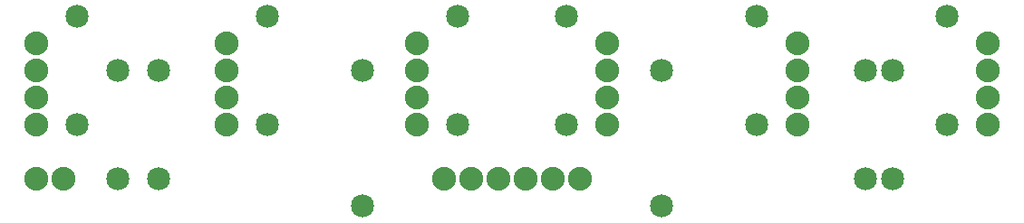
<source format=gts>
G04 MADE WITH FRITZING*
G04 WWW.FRITZING.ORG*
G04 DOUBLE SIDED*
G04 HOLES PLATED*
G04 CONTOUR ON CENTER OF CONTOUR VECTOR*
%ASAXBY*%
%FSLAX23Y23*%
%MOIN*%
%OFA0B0*%
%SFA1.0B1.0*%
%ADD10C,0.088000*%
%ADD11C,0.085000*%
%LNMASK1*%
G90*
G70*
G54D10*
X223Y773D03*
X223Y673D03*
X223Y573D03*
X223Y473D03*
X923Y773D03*
X923Y673D03*
X923Y573D03*
X923Y473D03*
X1623Y773D03*
X1623Y673D03*
X1623Y573D03*
X1623Y473D03*
X2323Y773D03*
X2323Y673D03*
X2323Y573D03*
X2323Y473D03*
X3023Y773D03*
X3023Y673D03*
X3023Y573D03*
X3023Y473D03*
X3723Y773D03*
X3723Y673D03*
X3723Y573D03*
X3723Y473D03*
G54D11*
X523Y273D03*
X523Y673D03*
X673Y273D03*
X673Y673D03*
X1423Y173D03*
X1423Y673D03*
X373Y473D03*
X373Y873D03*
X1073Y473D03*
X1073Y873D03*
X1773Y473D03*
X1773Y873D03*
X2173Y473D03*
X2173Y873D03*
X2873Y473D03*
X2873Y873D03*
X3573Y473D03*
X3573Y873D03*
X2523Y173D03*
X2523Y673D03*
X3273Y273D03*
X3273Y673D03*
X3373Y273D03*
X3373Y673D03*
G54D10*
X1723Y273D03*
X1823Y273D03*
X1923Y273D03*
X2023Y273D03*
X2123Y273D03*
X2223Y273D03*
X223Y273D03*
X323Y273D03*
G04 End of Mask1*
M02*
</source>
